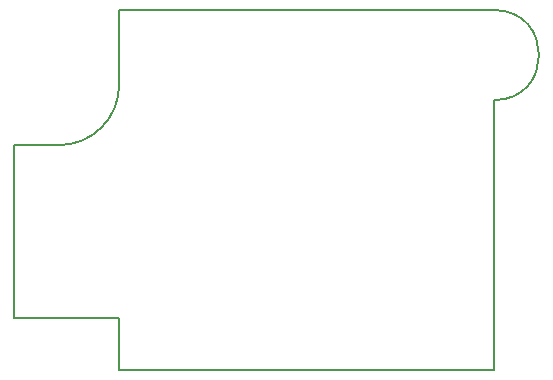
<source format=gko>
G04 #@! TF.GenerationSoftware,KiCad,Pcbnew,5.0.1-33cea8e~68~ubuntu18.04.1*
G04 #@! TF.CreationDate,2018-11-28T03:54:02-05:00*
G04 #@! TF.ProjectId,psu,7073752E6B696361645F706362000000,rev?*
G04 #@! TF.SameCoordinates,Original*
G04 #@! TF.FileFunction,Profile,NP*
%FSLAX46Y46*%
G04 Gerber Fmt 4.6, Leading zero omitted, Abs format (unit mm)*
G04 Created by KiCad (PCBNEW 5.0.1-33cea8e~68~ubuntu18.04.1) date Wed Nov 28 03:54:02 2018*
%MOMM*%
%LPD*%
G01*
G04 APERTURE LIST*
%ADD10C,0.150000*%
G04 APERTURE END LIST*
D10*
X141605000Y-116205000D02*
X132715000Y-116205000D01*
X173355000Y-90170000D02*
G75*
G02X173355000Y-97790000I0J-3810000D01*
G01*
X132715000Y-101600000D02*
X132715000Y-116205000D01*
X136525000Y-101600000D02*
X132715000Y-101600000D01*
X141605000Y-96520000D02*
G75*
G02X136525000Y-101600000I-5080000J0D01*
G01*
X141605000Y-90170000D02*
X141605000Y-96520000D01*
X173355000Y-90170000D02*
X141605000Y-90170000D01*
X173355000Y-120650000D02*
X173355000Y-97790000D01*
X141605000Y-120650000D02*
X173355000Y-120650000D01*
X141605000Y-116205000D02*
X141605000Y-120650000D01*
M02*

</source>
